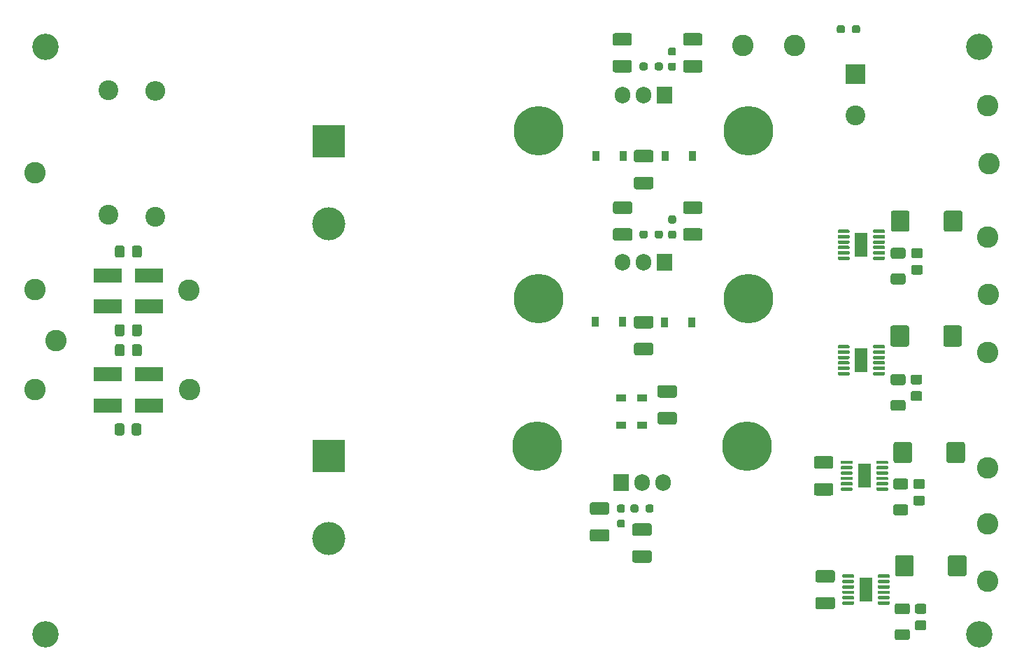
<source format=gbr>
G04 #@! TF.GenerationSoftware,KiCad,Pcbnew,(5.1.9-0-10_14)*
G04 #@! TF.CreationDate,2021-05-02T16:07:57+02:00*
G04 #@! TF.ProjectId,dac-psu,6461632d-7073-4752-9e6b-696361645f70,rev?*
G04 #@! TF.SameCoordinates,Original*
G04 #@! TF.FileFunction,Soldermask,Top*
G04 #@! TF.FilePolarity,Negative*
%FSLAX46Y46*%
G04 Gerber Fmt 4.6, Leading zero omitted, Abs format (unit mm)*
G04 Created by KiCad (PCBNEW (5.1.9-0-10_14)) date 2021-05-02 16:07:57*
%MOMM*%
%LPD*%
G01*
G04 APERTURE LIST*
%ADD10C,2.600000*%
%ADD11R,1.200000X0.900000*%
%ADD12R,0.900000X1.200000*%
%ADD13O,2.400000X2.400000*%
%ADD14C,2.400000*%
%ADD15C,4.000000*%
%ADD16R,4.000000X4.000000*%
%ADD17O,1.905000X2.000000*%
%ADD18R,1.905000X2.000000*%
%ADD19R,1.650000X2.850000*%
%ADD20C,6.000000*%
%ADD21C,3.200000*%
%ADD22R,3.500000X1.800000*%
%ADD23R,2.400000X2.400000*%
G04 APERTURE END LIST*
D10*
X116459000Y-96139000D03*
X116395500Y-84074000D03*
G36*
G01*
X171673700Y-110778300D02*
X171673700Y-110303300D01*
G75*
G02*
X171911200Y-110065800I237500J0D01*
G01*
X172411200Y-110065800D01*
G75*
G02*
X172648700Y-110303300I0J-237500D01*
G01*
X172648700Y-110778300D01*
G75*
G02*
X172411200Y-111015800I-237500J0D01*
G01*
X171911200Y-111015800D01*
G75*
G02*
X171673700Y-110778300I0J237500D01*
G01*
G37*
G36*
G01*
X169848700Y-110778300D02*
X169848700Y-110303300D01*
G75*
G02*
X170086200Y-110065800I237500J0D01*
G01*
X170586200Y-110065800D01*
G75*
G02*
X170823700Y-110303300I0J-237500D01*
G01*
X170823700Y-110778300D01*
G75*
G02*
X170586200Y-111015800I-237500J0D01*
G01*
X170086200Y-111015800D01*
G75*
G02*
X169848700Y-110778300I0J237500D01*
G01*
G37*
G36*
G01*
X172787500Y-77605900D02*
X172787500Y-77130900D01*
G75*
G02*
X173025000Y-76893400I237500J0D01*
G01*
X173525000Y-76893400D01*
G75*
G02*
X173762500Y-77130900I0J-237500D01*
G01*
X173762500Y-77605900D01*
G75*
G02*
X173525000Y-77843400I-237500J0D01*
G01*
X173025000Y-77843400D01*
G75*
G02*
X172787500Y-77605900I0J237500D01*
G01*
G37*
G36*
G01*
X170962500Y-77605900D02*
X170962500Y-77130900D01*
G75*
G02*
X171200000Y-76893400I237500J0D01*
G01*
X171700000Y-76893400D01*
G75*
G02*
X171937500Y-77130900I0J-237500D01*
G01*
X171937500Y-77605900D01*
G75*
G02*
X171700000Y-77843400I-237500J0D01*
G01*
X171200000Y-77843400D01*
G75*
G02*
X170962500Y-77605900I0J237500D01*
G01*
G37*
G36*
G01*
X168944300Y-111028300D02*
X168469300Y-111028300D01*
G75*
G02*
X168231800Y-110790800I0J237500D01*
G01*
X168231800Y-110290800D01*
G75*
G02*
X168469300Y-110053300I237500J0D01*
G01*
X168944300Y-110053300D01*
G75*
G02*
X169181800Y-110290800I0J-237500D01*
G01*
X169181800Y-110790800D01*
G75*
G02*
X168944300Y-111028300I-237500J0D01*
G01*
G37*
G36*
G01*
X168944300Y-112853300D02*
X168469300Y-112853300D01*
G75*
G02*
X168231800Y-112615800I0J237500D01*
G01*
X168231800Y-112115800D01*
G75*
G02*
X168469300Y-111878300I237500J0D01*
G01*
X168944300Y-111878300D01*
G75*
G02*
X169181800Y-112115800I0J-237500D01*
G01*
X169181800Y-112615800D01*
G75*
G02*
X168944300Y-112853300I-237500J0D01*
G01*
G37*
G36*
G01*
X175141900Y-76045000D02*
X174666900Y-76045000D01*
G75*
G02*
X174429400Y-75807500I0J237500D01*
G01*
X174429400Y-75307500D01*
G75*
G02*
X174666900Y-75070000I237500J0D01*
G01*
X175141900Y-75070000D01*
G75*
G02*
X175379400Y-75307500I0J-237500D01*
G01*
X175379400Y-75807500D01*
G75*
G02*
X175141900Y-76045000I-237500J0D01*
G01*
G37*
G36*
G01*
X175141900Y-77870000D02*
X174666900Y-77870000D01*
G75*
G02*
X174429400Y-77632500I0J237500D01*
G01*
X174429400Y-77132500D01*
G75*
G02*
X174666900Y-76895000I237500J0D01*
G01*
X175141900Y-76895000D01*
G75*
G02*
X175379400Y-77132500I0J-237500D01*
G01*
X175379400Y-77632500D01*
G75*
G02*
X175141900Y-77870000I-237500J0D01*
G01*
G37*
D11*
X168706800Y-97131600D03*
X168706800Y-100431600D03*
D12*
X177290000Y-87985600D03*
X173990000Y-87985600D03*
D11*
X171246800Y-100431600D03*
X171246800Y-97131600D03*
D12*
X168910000Y-87934800D03*
X165610000Y-87934800D03*
X177353500Y-67881500D03*
X174053500Y-67881500D03*
X168973500Y-67881500D03*
X165673500Y-67881500D03*
G36*
G01*
X202897501Y-95595000D02*
X201597499Y-95595000D01*
G75*
G02*
X201347500Y-95345001I0J249999D01*
G01*
X201347500Y-94519999D01*
G75*
G02*
X201597499Y-94270000I249999J0D01*
G01*
X202897501Y-94270000D01*
G75*
G02*
X203147500Y-94519999I0J-249999D01*
G01*
X203147500Y-95345001D01*
G75*
G02*
X202897501Y-95595000I-249999J0D01*
G01*
G37*
G36*
G01*
X202897501Y-98720000D02*
X201597499Y-98720000D01*
G75*
G02*
X201347500Y-98470001I0J249999D01*
G01*
X201347500Y-97644999D01*
G75*
G02*
X201597499Y-97395000I249999J0D01*
G01*
X202897501Y-97395000D01*
G75*
G02*
X203147500Y-97644999I0J-249999D01*
G01*
X203147500Y-98470001D01*
G75*
G02*
X202897501Y-98720000I-249999J0D01*
G01*
G37*
G36*
G01*
X201597499Y-82091500D02*
X202897501Y-82091500D01*
G75*
G02*
X203147500Y-82341499I0J-249999D01*
G01*
X203147500Y-83166501D01*
G75*
G02*
X202897501Y-83416500I-249999J0D01*
G01*
X201597499Y-83416500D01*
G75*
G02*
X201347500Y-83166501I0J249999D01*
G01*
X201347500Y-82341499D01*
G75*
G02*
X201597499Y-82091500I249999J0D01*
G01*
G37*
G36*
G01*
X201597499Y-78966500D02*
X202897501Y-78966500D01*
G75*
G02*
X203147500Y-79216499I0J-249999D01*
G01*
X203147500Y-80041501D01*
G75*
G02*
X202897501Y-80291500I-249999J0D01*
G01*
X201597499Y-80291500D01*
G75*
G02*
X201347500Y-80041501I0J249999D01*
G01*
X201347500Y-79216499D01*
G75*
G02*
X201597499Y-78966500I249999J0D01*
G01*
G37*
G36*
G01*
X203405501Y-123344500D02*
X202105499Y-123344500D01*
G75*
G02*
X201855500Y-123094501I0J249999D01*
G01*
X201855500Y-122269499D01*
G75*
G02*
X202105499Y-122019500I249999J0D01*
G01*
X203405501Y-122019500D01*
G75*
G02*
X203655500Y-122269499I0J-249999D01*
G01*
X203655500Y-123094501D01*
G75*
G02*
X203405501Y-123344500I-249999J0D01*
G01*
G37*
G36*
G01*
X203405501Y-126469500D02*
X202105499Y-126469500D01*
G75*
G02*
X201855500Y-126219501I0J249999D01*
G01*
X201855500Y-125394499D01*
G75*
G02*
X202105499Y-125144500I249999J0D01*
G01*
X203405501Y-125144500D01*
G75*
G02*
X203655500Y-125394499I0J-249999D01*
G01*
X203655500Y-126219501D01*
G75*
G02*
X203405501Y-126469500I-249999J0D01*
G01*
G37*
G36*
G01*
X201914999Y-110031500D02*
X203215001Y-110031500D01*
G75*
G02*
X203465000Y-110281499I0J-249999D01*
G01*
X203465000Y-111106501D01*
G75*
G02*
X203215001Y-111356500I-249999J0D01*
G01*
X201914999Y-111356500D01*
G75*
G02*
X201665000Y-111106501I0J249999D01*
G01*
X201665000Y-110281499D01*
G75*
G02*
X201914999Y-110031500I249999J0D01*
G01*
G37*
G36*
G01*
X201914999Y-106906500D02*
X203215001Y-106906500D01*
G75*
G02*
X203465000Y-107156499I0J-249999D01*
G01*
X203465000Y-107981501D01*
G75*
G02*
X203215001Y-108231500I-249999J0D01*
G01*
X201914999Y-108231500D01*
G75*
G02*
X201665000Y-107981501I0J249999D01*
G01*
X201665000Y-107156499D01*
G75*
G02*
X201914999Y-106906500I249999J0D01*
G01*
G37*
D13*
X112331500Y-59944000D03*
D14*
X112331500Y-75184000D03*
D10*
X97790000Y-69850000D03*
D14*
X106680000Y-59930000D03*
X106680000Y-74930000D03*
G36*
G01*
X196663500Y-52752000D02*
X196663500Y-52277000D01*
G75*
G02*
X196901000Y-52039500I237500J0D01*
G01*
X197401000Y-52039500D01*
G75*
G02*
X197638500Y-52277000I0J-237500D01*
G01*
X197638500Y-52752000D01*
G75*
G02*
X197401000Y-52989500I-237500J0D01*
G01*
X196901000Y-52989500D01*
G75*
G02*
X196663500Y-52752000I0J237500D01*
G01*
G37*
G36*
G01*
X194838500Y-52752000D02*
X194838500Y-52277000D01*
G75*
G02*
X195076000Y-52039500I237500J0D01*
G01*
X195576000Y-52039500D01*
G75*
G02*
X195813500Y-52277000I0J-237500D01*
G01*
X195813500Y-52752000D01*
G75*
G02*
X195576000Y-52989500I-237500J0D01*
G01*
X195076000Y-52989500D01*
G75*
G02*
X194838500Y-52752000I0J237500D01*
G01*
G37*
G36*
G01*
X172787500Y-57260500D02*
X172787500Y-56785500D01*
G75*
G02*
X173025000Y-56548000I237500J0D01*
G01*
X173525000Y-56548000D01*
G75*
G02*
X173762500Y-56785500I0J-237500D01*
G01*
X173762500Y-57260500D01*
G75*
G02*
X173525000Y-57498000I-237500J0D01*
G01*
X173025000Y-57498000D01*
G75*
G02*
X172787500Y-57260500I0J237500D01*
G01*
G37*
G36*
G01*
X170962500Y-57260500D02*
X170962500Y-56785500D01*
G75*
G02*
X171200000Y-56548000I237500J0D01*
G01*
X171700000Y-56548000D01*
G75*
G02*
X171937500Y-56785500I0J-237500D01*
G01*
X171937500Y-57260500D01*
G75*
G02*
X171700000Y-57498000I-237500J0D01*
G01*
X171200000Y-57498000D01*
G75*
G02*
X170962500Y-57260500I0J237500D01*
G01*
G37*
G36*
G01*
X175116500Y-55709000D02*
X174641500Y-55709000D01*
G75*
G02*
X174404000Y-55471500I0J237500D01*
G01*
X174404000Y-54971500D01*
G75*
G02*
X174641500Y-54734000I237500J0D01*
G01*
X175116500Y-54734000D01*
G75*
G02*
X175354000Y-54971500I0J-237500D01*
G01*
X175354000Y-55471500D01*
G75*
G02*
X175116500Y-55709000I-237500J0D01*
G01*
G37*
G36*
G01*
X175116500Y-57534000D02*
X174641500Y-57534000D01*
G75*
G02*
X174404000Y-57296500I0J237500D01*
G01*
X174404000Y-56796500D01*
G75*
G02*
X174641500Y-56559000I237500J0D01*
G01*
X175116500Y-56559000D01*
G75*
G02*
X175354000Y-56796500I0J-237500D01*
G01*
X175354000Y-57296500D01*
G75*
G02*
X175116500Y-57534000I-237500J0D01*
G01*
G37*
G36*
G01*
X170525000Y-70381500D02*
X172375000Y-70381500D01*
G75*
G02*
X172625000Y-70631500I0J-250000D01*
G01*
X172625000Y-71631500D01*
G75*
G02*
X172375000Y-71881500I-250000J0D01*
G01*
X170525000Y-71881500D01*
G75*
G02*
X170275000Y-71631500I0J250000D01*
G01*
X170275000Y-70631500D01*
G75*
G02*
X170525000Y-70381500I250000J0D01*
G01*
G37*
G36*
G01*
X170525000Y-67131500D02*
X172375000Y-67131500D01*
G75*
G02*
X172625000Y-67381500I0J-250000D01*
G01*
X172625000Y-68381500D01*
G75*
G02*
X172375000Y-68631500I-250000J0D01*
G01*
X170525000Y-68631500D01*
G75*
G02*
X170275000Y-68381500I0J250000D01*
G01*
X170275000Y-67381500D01*
G75*
G02*
X170525000Y-67131500I250000J0D01*
G01*
G37*
D15*
X133350000Y-114140000D03*
D16*
X133350000Y-104140000D03*
D15*
X133350000Y-76040000D03*
D16*
X133350000Y-66040000D03*
D17*
X173799500Y-107378500D03*
X171259500Y-107378500D03*
D18*
X168719500Y-107378500D03*
D17*
X168910000Y-80708500D03*
X171450000Y-80708500D03*
D18*
X173990000Y-80708500D03*
D19*
X197802500Y-92583000D03*
G36*
G01*
X199227500Y-91058000D02*
X199227500Y-90858000D01*
G75*
G02*
X199327500Y-90758000I100000J0D01*
G01*
X200577500Y-90758000D01*
G75*
G02*
X200677500Y-90858000I0J-100000D01*
G01*
X200677500Y-91058000D01*
G75*
G02*
X200577500Y-91158000I-100000J0D01*
G01*
X199327500Y-91158000D01*
G75*
G02*
X199227500Y-91058000I0J100000D01*
G01*
G37*
G36*
G01*
X199227500Y-91708000D02*
X199227500Y-91508000D01*
G75*
G02*
X199327500Y-91408000I100000J0D01*
G01*
X200577500Y-91408000D01*
G75*
G02*
X200677500Y-91508000I0J-100000D01*
G01*
X200677500Y-91708000D01*
G75*
G02*
X200577500Y-91808000I-100000J0D01*
G01*
X199327500Y-91808000D01*
G75*
G02*
X199227500Y-91708000I0J100000D01*
G01*
G37*
G36*
G01*
X199227500Y-92358000D02*
X199227500Y-92158000D01*
G75*
G02*
X199327500Y-92058000I100000J0D01*
G01*
X200577500Y-92058000D01*
G75*
G02*
X200677500Y-92158000I0J-100000D01*
G01*
X200677500Y-92358000D01*
G75*
G02*
X200577500Y-92458000I-100000J0D01*
G01*
X199327500Y-92458000D01*
G75*
G02*
X199227500Y-92358000I0J100000D01*
G01*
G37*
G36*
G01*
X199227500Y-93008000D02*
X199227500Y-92808000D01*
G75*
G02*
X199327500Y-92708000I100000J0D01*
G01*
X200577500Y-92708000D01*
G75*
G02*
X200677500Y-92808000I0J-100000D01*
G01*
X200677500Y-93008000D01*
G75*
G02*
X200577500Y-93108000I-100000J0D01*
G01*
X199327500Y-93108000D01*
G75*
G02*
X199227500Y-93008000I0J100000D01*
G01*
G37*
G36*
G01*
X199227500Y-93658000D02*
X199227500Y-93458000D01*
G75*
G02*
X199327500Y-93358000I100000J0D01*
G01*
X200577500Y-93358000D01*
G75*
G02*
X200677500Y-93458000I0J-100000D01*
G01*
X200677500Y-93658000D01*
G75*
G02*
X200577500Y-93758000I-100000J0D01*
G01*
X199327500Y-93758000D01*
G75*
G02*
X199227500Y-93658000I0J100000D01*
G01*
G37*
G36*
G01*
X199227500Y-94308000D02*
X199227500Y-94108000D01*
G75*
G02*
X199327500Y-94008000I100000J0D01*
G01*
X200577500Y-94008000D01*
G75*
G02*
X200677500Y-94108000I0J-100000D01*
G01*
X200677500Y-94308000D01*
G75*
G02*
X200577500Y-94408000I-100000J0D01*
G01*
X199327500Y-94408000D01*
G75*
G02*
X199227500Y-94308000I0J100000D01*
G01*
G37*
G36*
G01*
X194927500Y-94308000D02*
X194927500Y-94108000D01*
G75*
G02*
X195027500Y-94008000I100000J0D01*
G01*
X196277500Y-94008000D01*
G75*
G02*
X196377500Y-94108000I0J-100000D01*
G01*
X196377500Y-94308000D01*
G75*
G02*
X196277500Y-94408000I-100000J0D01*
G01*
X195027500Y-94408000D01*
G75*
G02*
X194927500Y-94308000I0J100000D01*
G01*
G37*
G36*
G01*
X194927500Y-93658000D02*
X194927500Y-93458000D01*
G75*
G02*
X195027500Y-93358000I100000J0D01*
G01*
X196277500Y-93358000D01*
G75*
G02*
X196377500Y-93458000I0J-100000D01*
G01*
X196377500Y-93658000D01*
G75*
G02*
X196277500Y-93758000I-100000J0D01*
G01*
X195027500Y-93758000D01*
G75*
G02*
X194927500Y-93658000I0J100000D01*
G01*
G37*
G36*
G01*
X194927500Y-93008000D02*
X194927500Y-92808000D01*
G75*
G02*
X195027500Y-92708000I100000J0D01*
G01*
X196277500Y-92708000D01*
G75*
G02*
X196377500Y-92808000I0J-100000D01*
G01*
X196377500Y-93008000D01*
G75*
G02*
X196277500Y-93108000I-100000J0D01*
G01*
X195027500Y-93108000D01*
G75*
G02*
X194927500Y-93008000I0J100000D01*
G01*
G37*
G36*
G01*
X194927500Y-92358000D02*
X194927500Y-92158000D01*
G75*
G02*
X195027500Y-92058000I100000J0D01*
G01*
X196277500Y-92058000D01*
G75*
G02*
X196377500Y-92158000I0J-100000D01*
G01*
X196377500Y-92358000D01*
G75*
G02*
X196277500Y-92458000I-100000J0D01*
G01*
X195027500Y-92458000D01*
G75*
G02*
X194927500Y-92358000I0J100000D01*
G01*
G37*
G36*
G01*
X194927500Y-91708000D02*
X194927500Y-91508000D01*
G75*
G02*
X195027500Y-91408000I100000J0D01*
G01*
X196277500Y-91408000D01*
G75*
G02*
X196377500Y-91508000I0J-100000D01*
G01*
X196377500Y-91708000D01*
G75*
G02*
X196277500Y-91808000I-100000J0D01*
G01*
X195027500Y-91808000D01*
G75*
G02*
X194927500Y-91708000I0J100000D01*
G01*
G37*
G36*
G01*
X194927500Y-91058000D02*
X194927500Y-90858000D01*
G75*
G02*
X195027500Y-90758000I100000J0D01*
G01*
X196277500Y-90758000D01*
G75*
G02*
X196377500Y-90858000I0J-100000D01*
G01*
X196377500Y-91058000D01*
G75*
G02*
X196277500Y-91158000I-100000J0D01*
G01*
X195027500Y-91158000D01*
G75*
G02*
X194927500Y-91058000I0J100000D01*
G01*
G37*
X197802500Y-78613000D03*
G36*
G01*
X199227500Y-77088000D02*
X199227500Y-76888000D01*
G75*
G02*
X199327500Y-76788000I100000J0D01*
G01*
X200577500Y-76788000D01*
G75*
G02*
X200677500Y-76888000I0J-100000D01*
G01*
X200677500Y-77088000D01*
G75*
G02*
X200577500Y-77188000I-100000J0D01*
G01*
X199327500Y-77188000D01*
G75*
G02*
X199227500Y-77088000I0J100000D01*
G01*
G37*
G36*
G01*
X199227500Y-77738000D02*
X199227500Y-77538000D01*
G75*
G02*
X199327500Y-77438000I100000J0D01*
G01*
X200577500Y-77438000D01*
G75*
G02*
X200677500Y-77538000I0J-100000D01*
G01*
X200677500Y-77738000D01*
G75*
G02*
X200577500Y-77838000I-100000J0D01*
G01*
X199327500Y-77838000D01*
G75*
G02*
X199227500Y-77738000I0J100000D01*
G01*
G37*
G36*
G01*
X199227500Y-78388000D02*
X199227500Y-78188000D01*
G75*
G02*
X199327500Y-78088000I100000J0D01*
G01*
X200577500Y-78088000D01*
G75*
G02*
X200677500Y-78188000I0J-100000D01*
G01*
X200677500Y-78388000D01*
G75*
G02*
X200577500Y-78488000I-100000J0D01*
G01*
X199327500Y-78488000D01*
G75*
G02*
X199227500Y-78388000I0J100000D01*
G01*
G37*
G36*
G01*
X199227500Y-79038000D02*
X199227500Y-78838000D01*
G75*
G02*
X199327500Y-78738000I100000J0D01*
G01*
X200577500Y-78738000D01*
G75*
G02*
X200677500Y-78838000I0J-100000D01*
G01*
X200677500Y-79038000D01*
G75*
G02*
X200577500Y-79138000I-100000J0D01*
G01*
X199327500Y-79138000D01*
G75*
G02*
X199227500Y-79038000I0J100000D01*
G01*
G37*
G36*
G01*
X199227500Y-79688000D02*
X199227500Y-79488000D01*
G75*
G02*
X199327500Y-79388000I100000J0D01*
G01*
X200577500Y-79388000D01*
G75*
G02*
X200677500Y-79488000I0J-100000D01*
G01*
X200677500Y-79688000D01*
G75*
G02*
X200577500Y-79788000I-100000J0D01*
G01*
X199327500Y-79788000D01*
G75*
G02*
X199227500Y-79688000I0J100000D01*
G01*
G37*
G36*
G01*
X199227500Y-80338000D02*
X199227500Y-80138000D01*
G75*
G02*
X199327500Y-80038000I100000J0D01*
G01*
X200577500Y-80038000D01*
G75*
G02*
X200677500Y-80138000I0J-100000D01*
G01*
X200677500Y-80338000D01*
G75*
G02*
X200577500Y-80438000I-100000J0D01*
G01*
X199327500Y-80438000D01*
G75*
G02*
X199227500Y-80338000I0J100000D01*
G01*
G37*
G36*
G01*
X194927500Y-80338000D02*
X194927500Y-80138000D01*
G75*
G02*
X195027500Y-80038000I100000J0D01*
G01*
X196277500Y-80038000D01*
G75*
G02*
X196377500Y-80138000I0J-100000D01*
G01*
X196377500Y-80338000D01*
G75*
G02*
X196277500Y-80438000I-100000J0D01*
G01*
X195027500Y-80438000D01*
G75*
G02*
X194927500Y-80338000I0J100000D01*
G01*
G37*
G36*
G01*
X194927500Y-79688000D02*
X194927500Y-79488000D01*
G75*
G02*
X195027500Y-79388000I100000J0D01*
G01*
X196277500Y-79388000D01*
G75*
G02*
X196377500Y-79488000I0J-100000D01*
G01*
X196377500Y-79688000D01*
G75*
G02*
X196277500Y-79788000I-100000J0D01*
G01*
X195027500Y-79788000D01*
G75*
G02*
X194927500Y-79688000I0J100000D01*
G01*
G37*
G36*
G01*
X194927500Y-79038000D02*
X194927500Y-78838000D01*
G75*
G02*
X195027500Y-78738000I100000J0D01*
G01*
X196277500Y-78738000D01*
G75*
G02*
X196377500Y-78838000I0J-100000D01*
G01*
X196377500Y-79038000D01*
G75*
G02*
X196277500Y-79138000I-100000J0D01*
G01*
X195027500Y-79138000D01*
G75*
G02*
X194927500Y-79038000I0J100000D01*
G01*
G37*
G36*
G01*
X194927500Y-78388000D02*
X194927500Y-78188000D01*
G75*
G02*
X195027500Y-78088000I100000J0D01*
G01*
X196277500Y-78088000D01*
G75*
G02*
X196377500Y-78188000I0J-100000D01*
G01*
X196377500Y-78388000D01*
G75*
G02*
X196277500Y-78488000I-100000J0D01*
G01*
X195027500Y-78488000D01*
G75*
G02*
X194927500Y-78388000I0J100000D01*
G01*
G37*
G36*
G01*
X194927500Y-77738000D02*
X194927500Y-77538000D01*
G75*
G02*
X195027500Y-77438000I100000J0D01*
G01*
X196277500Y-77438000D01*
G75*
G02*
X196377500Y-77538000I0J-100000D01*
G01*
X196377500Y-77738000D01*
G75*
G02*
X196277500Y-77838000I-100000J0D01*
G01*
X195027500Y-77838000D01*
G75*
G02*
X194927500Y-77738000I0J100000D01*
G01*
G37*
G36*
G01*
X194927500Y-77088000D02*
X194927500Y-76888000D01*
G75*
G02*
X195027500Y-76788000I100000J0D01*
G01*
X196277500Y-76788000D01*
G75*
G02*
X196377500Y-76888000I0J-100000D01*
G01*
X196377500Y-77088000D01*
G75*
G02*
X196277500Y-77188000I-100000J0D01*
G01*
X195027500Y-77188000D01*
G75*
G02*
X194927500Y-77088000I0J100000D01*
G01*
G37*
X198365000Y-120355000D03*
G36*
G01*
X199790000Y-118830000D02*
X199790000Y-118630000D01*
G75*
G02*
X199890000Y-118530000I100000J0D01*
G01*
X201140000Y-118530000D01*
G75*
G02*
X201240000Y-118630000I0J-100000D01*
G01*
X201240000Y-118830000D01*
G75*
G02*
X201140000Y-118930000I-100000J0D01*
G01*
X199890000Y-118930000D01*
G75*
G02*
X199790000Y-118830000I0J100000D01*
G01*
G37*
G36*
G01*
X199790000Y-119480000D02*
X199790000Y-119280000D01*
G75*
G02*
X199890000Y-119180000I100000J0D01*
G01*
X201140000Y-119180000D01*
G75*
G02*
X201240000Y-119280000I0J-100000D01*
G01*
X201240000Y-119480000D01*
G75*
G02*
X201140000Y-119580000I-100000J0D01*
G01*
X199890000Y-119580000D01*
G75*
G02*
X199790000Y-119480000I0J100000D01*
G01*
G37*
G36*
G01*
X199790000Y-120130000D02*
X199790000Y-119930000D01*
G75*
G02*
X199890000Y-119830000I100000J0D01*
G01*
X201140000Y-119830000D01*
G75*
G02*
X201240000Y-119930000I0J-100000D01*
G01*
X201240000Y-120130000D01*
G75*
G02*
X201140000Y-120230000I-100000J0D01*
G01*
X199890000Y-120230000D01*
G75*
G02*
X199790000Y-120130000I0J100000D01*
G01*
G37*
G36*
G01*
X199790000Y-120780000D02*
X199790000Y-120580000D01*
G75*
G02*
X199890000Y-120480000I100000J0D01*
G01*
X201140000Y-120480000D01*
G75*
G02*
X201240000Y-120580000I0J-100000D01*
G01*
X201240000Y-120780000D01*
G75*
G02*
X201140000Y-120880000I-100000J0D01*
G01*
X199890000Y-120880000D01*
G75*
G02*
X199790000Y-120780000I0J100000D01*
G01*
G37*
G36*
G01*
X199790000Y-121430000D02*
X199790000Y-121230000D01*
G75*
G02*
X199890000Y-121130000I100000J0D01*
G01*
X201140000Y-121130000D01*
G75*
G02*
X201240000Y-121230000I0J-100000D01*
G01*
X201240000Y-121430000D01*
G75*
G02*
X201140000Y-121530000I-100000J0D01*
G01*
X199890000Y-121530000D01*
G75*
G02*
X199790000Y-121430000I0J100000D01*
G01*
G37*
G36*
G01*
X199790000Y-122080000D02*
X199790000Y-121880000D01*
G75*
G02*
X199890000Y-121780000I100000J0D01*
G01*
X201140000Y-121780000D01*
G75*
G02*
X201240000Y-121880000I0J-100000D01*
G01*
X201240000Y-122080000D01*
G75*
G02*
X201140000Y-122180000I-100000J0D01*
G01*
X199890000Y-122180000D01*
G75*
G02*
X199790000Y-122080000I0J100000D01*
G01*
G37*
G36*
G01*
X195490000Y-122080000D02*
X195490000Y-121880000D01*
G75*
G02*
X195590000Y-121780000I100000J0D01*
G01*
X196840000Y-121780000D01*
G75*
G02*
X196940000Y-121880000I0J-100000D01*
G01*
X196940000Y-122080000D01*
G75*
G02*
X196840000Y-122180000I-100000J0D01*
G01*
X195590000Y-122180000D01*
G75*
G02*
X195490000Y-122080000I0J100000D01*
G01*
G37*
G36*
G01*
X195490000Y-121430000D02*
X195490000Y-121230000D01*
G75*
G02*
X195590000Y-121130000I100000J0D01*
G01*
X196840000Y-121130000D01*
G75*
G02*
X196940000Y-121230000I0J-100000D01*
G01*
X196940000Y-121430000D01*
G75*
G02*
X196840000Y-121530000I-100000J0D01*
G01*
X195590000Y-121530000D01*
G75*
G02*
X195490000Y-121430000I0J100000D01*
G01*
G37*
G36*
G01*
X195490000Y-120780000D02*
X195490000Y-120580000D01*
G75*
G02*
X195590000Y-120480000I100000J0D01*
G01*
X196840000Y-120480000D01*
G75*
G02*
X196940000Y-120580000I0J-100000D01*
G01*
X196940000Y-120780000D01*
G75*
G02*
X196840000Y-120880000I-100000J0D01*
G01*
X195590000Y-120880000D01*
G75*
G02*
X195490000Y-120780000I0J100000D01*
G01*
G37*
G36*
G01*
X195490000Y-120130000D02*
X195490000Y-119930000D01*
G75*
G02*
X195590000Y-119830000I100000J0D01*
G01*
X196840000Y-119830000D01*
G75*
G02*
X196940000Y-119930000I0J-100000D01*
G01*
X196940000Y-120130000D01*
G75*
G02*
X196840000Y-120230000I-100000J0D01*
G01*
X195590000Y-120230000D01*
G75*
G02*
X195490000Y-120130000I0J100000D01*
G01*
G37*
G36*
G01*
X195490000Y-119480000D02*
X195490000Y-119280000D01*
G75*
G02*
X195590000Y-119180000I100000J0D01*
G01*
X196840000Y-119180000D01*
G75*
G02*
X196940000Y-119280000I0J-100000D01*
G01*
X196940000Y-119480000D01*
G75*
G02*
X196840000Y-119580000I-100000J0D01*
G01*
X195590000Y-119580000D01*
G75*
G02*
X195490000Y-119480000I0J100000D01*
G01*
G37*
G36*
G01*
X195490000Y-118830000D02*
X195490000Y-118630000D01*
G75*
G02*
X195590000Y-118530000I100000J0D01*
G01*
X196840000Y-118530000D01*
G75*
G02*
X196940000Y-118630000I0J-100000D01*
G01*
X196940000Y-118830000D01*
G75*
G02*
X196840000Y-118930000I-100000J0D01*
G01*
X195590000Y-118930000D01*
G75*
G02*
X195490000Y-118830000I0J100000D01*
G01*
G37*
X198174500Y-106575500D03*
G36*
G01*
X199599500Y-105050500D02*
X199599500Y-104850500D01*
G75*
G02*
X199699500Y-104750500I100000J0D01*
G01*
X200949500Y-104750500D01*
G75*
G02*
X201049500Y-104850500I0J-100000D01*
G01*
X201049500Y-105050500D01*
G75*
G02*
X200949500Y-105150500I-100000J0D01*
G01*
X199699500Y-105150500D01*
G75*
G02*
X199599500Y-105050500I0J100000D01*
G01*
G37*
G36*
G01*
X199599500Y-105700500D02*
X199599500Y-105500500D01*
G75*
G02*
X199699500Y-105400500I100000J0D01*
G01*
X200949500Y-105400500D01*
G75*
G02*
X201049500Y-105500500I0J-100000D01*
G01*
X201049500Y-105700500D01*
G75*
G02*
X200949500Y-105800500I-100000J0D01*
G01*
X199699500Y-105800500D01*
G75*
G02*
X199599500Y-105700500I0J100000D01*
G01*
G37*
G36*
G01*
X199599500Y-106350500D02*
X199599500Y-106150500D01*
G75*
G02*
X199699500Y-106050500I100000J0D01*
G01*
X200949500Y-106050500D01*
G75*
G02*
X201049500Y-106150500I0J-100000D01*
G01*
X201049500Y-106350500D01*
G75*
G02*
X200949500Y-106450500I-100000J0D01*
G01*
X199699500Y-106450500D01*
G75*
G02*
X199599500Y-106350500I0J100000D01*
G01*
G37*
G36*
G01*
X199599500Y-107000500D02*
X199599500Y-106800500D01*
G75*
G02*
X199699500Y-106700500I100000J0D01*
G01*
X200949500Y-106700500D01*
G75*
G02*
X201049500Y-106800500I0J-100000D01*
G01*
X201049500Y-107000500D01*
G75*
G02*
X200949500Y-107100500I-100000J0D01*
G01*
X199699500Y-107100500D01*
G75*
G02*
X199599500Y-107000500I0J100000D01*
G01*
G37*
G36*
G01*
X199599500Y-107650500D02*
X199599500Y-107450500D01*
G75*
G02*
X199699500Y-107350500I100000J0D01*
G01*
X200949500Y-107350500D01*
G75*
G02*
X201049500Y-107450500I0J-100000D01*
G01*
X201049500Y-107650500D01*
G75*
G02*
X200949500Y-107750500I-100000J0D01*
G01*
X199699500Y-107750500D01*
G75*
G02*
X199599500Y-107650500I0J100000D01*
G01*
G37*
G36*
G01*
X199599500Y-108300500D02*
X199599500Y-108100500D01*
G75*
G02*
X199699500Y-108000500I100000J0D01*
G01*
X200949500Y-108000500D01*
G75*
G02*
X201049500Y-108100500I0J-100000D01*
G01*
X201049500Y-108300500D01*
G75*
G02*
X200949500Y-108400500I-100000J0D01*
G01*
X199699500Y-108400500D01*
G75*
G02*
X199599500Y-108300500I0J100000D01*
G01*
G37*
G36*
G01*
X195299500Y-108300500D02*
X195299500Y-108100500D01*
G75*
G02*
X195399500Y-108000500I100000J0D01*
G01*
X196649500Y-108000500D01*
G75*
G02*
X196749500Y-108100500I0J-100000D01*
G01*
X196749500Y-108300500D01*
G75*
G02*
X196649500Y-108400500I-100000J0D01*
G01*
X195399500Y-108400500D01*
G75*
G02*
X195299500Y-108300500I0J100000D01*
G01*
G37*
G36*
G01*
X195299500Y-107650500D02*
X195299500Y-107450500D01*
G75*
G02*
X195399500Y-107350500I100000J0D01*
G01*
X196649500Y-107350500D01*
G75*
G02*
X196749500Y-107450500I0J-100000D01*
G01*
X196749500Y-107650500D01*
G75*
G02*
X196649500Y-107750500I-100000J0D01*
G01*
X195399500Y-107750500D01*
G75*
G02*
X195299500Y-107650500I0J100000D01*
G01*
G37*
G36*
G01*
X195299500Y-107000500D02*
X195299500Y-106800500D01*
G75*
G02*
X195399500Y-106700500I100000J0D01*
G01*
X196649500Y-106700500D01*
G75*
G02*
X196749500Y-106800500I0J-100000D01*
G01*
X196749500Y-107000500D01*
G75*
G02*
X196649500Y-107100500I-100000J0D01*
G01*
X195399500Y-107100500D01*
G75*
G02*
X195299500Y-107000500I0J100000D01*
G01*
G37*
G36*
G01*
X195299500Y-106350500D02*
X195299500Y-106150500D01*
G75*
G02*
X195399500Y-106050500I100000J0D01*
G01*
X196649500Y-106050500D01*
G75*
G02*
X196749500Y-106150500I0J-100000D01*
G01*
X196749500Y-106350500D01*
G75*
G02*
X196649500Y-106450500I-100000J0D01*
G01*
X195399500Y-106450500D01*
G75*
G02*
X195299500Y-106350500I0J100000D01*
G01*
G37*
G36*
G01*
X195299500Y-105700500D02*
X195299500Y-105500500D01*
G75*
G02*
X195399500Y-105400500I100000J0D01*
G01*
X196649500Y-105400500D01*
G75*
G02*
X196749500Y-105500500I0J-100000D01*
G01*
X196749500Y-105700500D01*
G75*
G02*
X196649500Y-105800500I-100000J0D01*
G01*
X195399500Y-105800500D01*
G75*
G02*
X195299500Y-105700500I0J100000D01*
G01*
G37*
G36*
G01*
X195299500Y-105050500D02*
X195299500Y-104850500D01*
G75*
G02*
X195399500Y-104750500I100000J0D01*
G01*
X196649500Y-104750500D01*
G75*
G02*
X196749500Y-104850500I0J-100000D01*
G01*
X196749500Y-105050500D01*
G75*
G02*
X196649500Y-105150500I-100000J0D01*
G01*
X195399500Y-105150500D01*
G75*
G02*
X195299500Y-105050500I0J100000D01*
G01*
G37*
D17*
X168910000Y-60452000D03*
X171450000Y-60452000D03*
D18*
X173990000Y-60452000D03*
G36*
G01*
X204920001Y-95532500D02*
X204019999Y-95532500D01*
G75*
G02*
X203770000Y-95282501I0J249999D01*
G01*
X203770000Y-94582499D01*
G75*
G02*
X204019999Y-94332500I249999J0D01*
G01*
X204920001Y-94332500D01*
G75*
G02*
X205170000Y-94582499I0J-249999D01*
G01*
X205170000Y-95282501D01*
G75*
G02*
X204920001Y-95532500I-249999J0D01*
G01*
G37*
G36*
G01*
X204920001Y-97532500D02*
X204019999Y-97532500D01*
G75*
G02*
X203770000Y-97282501I0J249999D01*
G01*
X203770000Y-96582499D01*
G75*
G02*
X204019999Y-96332500I249999J0D01*
G01*
X204920001Y-96332500D01*
G75*
G02*
X205170000Y-96582499I0J-249999D01*
G01*
X205170000Y-97282501D01*
G75*
G02*
X204920001Y-97532500I-249999J0D01*
G01*
G37*
G36*
G01*
X204083499Y-81029000D02*
X204983501Y-81029000D01*
G75*
G02*
X205233500Y-81278999I0J-249999D01*
G01*
X205233500Y-81979001D01*
G75*
G02*
X204983501Y-82229000I-249999J0D01*
G01*
X204083499Y-82229000D01*
G75*
G02*
X203833500Y-81979001I0J249999D01*
G01*
X203833500Y-81278999D01*
G75*
G02*
X204083499Y-81029000I249999J0D01*
G01*
G37*
G36*
G01*
X204083499Y-79029000D02*
X204983501Y-79029000D01*
G75*
G02*
X205233500Y-79278999I0J-249999D01*
G01*
X205233500Y-79979001D01*
G75*
G02*
X204983501Y-80229000I-249999J0D01*
G01*
X204083499Y-80229000D01*
G75*
G02*
X203833500Y-79979001I0J249999D01*
G01*
X203833500Y-79278999D01*
G75*
G02*
X204083499Y-79029000I249999J0D01*
G01*
G37*
G36*
G01*
X205428001Y-123282000D02*
X204527999Y-123282000D01*
G75*
G02*
X204278000Y-123032001I0J249999D01*
G01*
X204278000Y-122331999D01*
G75*
G02*
X204527999Y-122082000I249999J0D01*
G01*
X205428001Y-122082000D01*
G75*
G02*
X205678000Y-122331999I0J-249999D01*
G01*
X205678000Y-123032001D01*
G75*
G02*
X205428001Y-123282000I-249999J0D01*
G01*
G37*
G36*
G01*
X205428001Y-125282000D02*
X204527999Y-125282000D01*
G75*
G02*
X204278000Y-125032001I0J249999D01*
G01*
X204278000Y-124331999D01*
G75*
G02*
X204527999Y-124082000I249999J0D01*
G01*
X205428001Y-124082000D01*
G75*
G02*
X205678000Y-124331999I0J-249999D01*
G01*
X205678000Y-125032001D01*
G75*
G02*
X205428001Y-125282000I-249999J0D01*
G01*
G37*
G36*
G01*
X204337499Y-108969000D02*
X205237501Y-108969000D01*
G75*
G02*
X205487500Y-109218999I0J-249999D01*
G01*
X205487500Y-109919001D01*
G75*
G02*
X205237501Y-110169000I-249999J0D01*
G01*
X204337499Y-110169000D01*
G75*
G02*
X204087500Y-109919001I0J249999D01*
G01*
X204087500Y-109218999D01*
G75*
G02*
X204337499Y-108969000I249999J0D01*
G01*
G37*
G36*
G01*
X204337499Y-106969000D02*
X205237501Y-106969000D01*
G75*
G02*
X205487500Y-107218999I0J-249999D01*
G01*
X205487500Y-107919001D01*
G75*
G02*
X205237501Y-108169000I-249999J0D01*
G01*
X204337499Y-108169000D01*
G75*
G02*
X204087500Y-107919001I0J249999D01*
G01*
X204087500Y-107218999D01*
G75*
G02*
X204337499Y-106969000I249999J0D01*
G01*
G37*
D10*
X213233000Y-68770500D03*
X213106000Y-61785500D03*
X183451500Y-54483000D03*
X189738000Y-54483000D03*
X213106000Y-91630500D03*
X213169500Y-84582000D03*
X213106000Y-77660500D03*
X213106000Y-119316500D03*
X213106000Y-112395000D03*
X213106000Y-105600500D03*
X97790000Y-96139000D03*
X100330000Y-90170000D03*
X97790000Y-84010500D03*
D20*
X158559500Y-102997000D03*
X183959500Y-102997000D03*
X158750000Y-85090000D03*
X184150000Y-85090000D03*
X184150000Y-64770000D03*
X158750000Y-64770000D03*
D21*
X99060000Y-125730000D03*
X212090000Y-125730000D03*
X212090000Y-54610000D03*
X99060000Y-54610000D03*
D22*
X106569500Y-82296000D03*
X111569500Y-82296000D03*
X106569500Y-86042500D03*
X111569500Y-86042500D03*
X111569500Y-94234000D03*
X106569500Y-94234000D03*
X111569500Y-98044000D03*
X106569500Y-98044000D03*
G36*
G01*
X173369800Y-98868800D02*
X175219800Y-98868800D01*
G75*
G02*
X175469800Y-99118800I0J-250000D01*
G01*
X175469800Y-100118800D01*
G75*
G02*
X175219800Y-100368800I-250000J0D01*
G01*
X173369800Y-100368800D01*
G75*
G02*
X173119800Y-100118800I0J250000D01*
G01*
X173119800Y-99118800D01*
G75*
G02*
X173369800Y-98868800I250000J0D01*
G01*
G37*
G36*
G01*
X173369800Y-95618800D02*
X175219800Y-95618800D01*
G75*
G02*
X175469800Y-95868800I0J-250000D01*
G01*
X175469800Y-96868800D01*
G75*
G02*
X175219800Y-97118800I-250000J0D01*
G01*
X173369800Y-97118800D01*
G75*
G02*
X173119800Y-96868800I0J250000D01*
G01*
X173119800Y-95868800D01*
G75*
G02*
X173369800Y-95618800I250000J0D01*
G01*
G37*
G36*
G01*
X170525000Y-90485600D02*
X172375000Y-90485600D01*
G75*
G02*
X172625000Y-90735600I0J-250000D01*
G01*
X172625000Y-91735600D01*
G75*
G02*
X172375000Y-91985600I-250000J0D01*
G01*
X170525000Y-91985600D01*
G75*
G02*
X170275000Y-91735600I0J250000D01*
G01*
X170275000Y-90735600D01*
G75*
G02*
X170525000Y-90485600I250000J0D01*
G01*
G37*
G36*
G01*
X170525000Y-87235600D02*
X172375000Y-87235600D01*
G75*
G02*
X172625000Y-87485600I0J-250000D01*
G01*
X172625000Y-88485600D01*
G75*
G02*
X172375000Y-88735600I-250000J0D01*
G01*
X170525000Y-88735600D01*
G75*
G02*
X170275000Y-88485600I0J250000D01*
G01*
X170275000Y-87485600D01*
G75*
G02*
X170525000Y-87235600I250000J0D01*
G01*
G37*
G36*
G01*
X167041000Y-111290800D02*
X165191000Y-111290800D01*
G75*
G02*
X164941000Y-111040800I0J250000D01*
G01*
X164941000Y-110040800D01*
G75*
G02*
X165191000Y-109790800I250000J0D01*
G01*
X167041000Y-109790800D01*
G75*
G02*
X167291000Y-110040800I0J-250000D01*
G01*
X167291000Y-111040800D01*
G75*
G02*
X167041000Y-111290800I-250000J0D01*
G01*
G37*
G36*
G01*
X167041000Y-114540800D02*
X165191000Y-114540800D01*
G75*
G02*
X164941000Y-114290800I0J250000D01*
G01*
X164941000Y-113290800D01*
G75*
G02*
X165191000Y-113040800I250000J0D01*
G01*
X167041000Y-113040800D01*
G75*
G02*
X167291000Y-113290800I0J-250000D01*
G01*
X167291000Y-114290800D01*
G75*
G02*
X167041000Y-114540800I-250000J0D01*
G01*
G37*
G36*
G01*
X178318600Y-74868400D02*
X176468600Y-74868400D01*
G75*
G02*
X176218600Y-74618400I0J250000D01*
G01*
X176218600Y-73618400D01*
G75*
G02*
X176468600Y-73368400I250000J0D01*
G01*
X178318600Y-73368400D01*
G75*
G02*
X178568600Y-73618400I0J-250000D01*
G01*
X178568600Y-74618400D01*
G75*
G02*
X178318600Y-74868400I-250000J0D01*
G01*
G37*
G36*
G01*
X178318600Y-78118400D02*
X176468600Y-78118400D01*
G75*
G02*
X176218600Y-77868400I0J250000D01*
G01*
X176218600Y-76868400D01*
G75*
G02*
X176468600Y-76618400I250000J0D01*
G01*
X178318600Y-76618400D01*
G75*
G02*
X178568600Y-76868400I0J-250000D01*
G01*
X178568600Y-77868400D01*
G75*
G02*
X178318600Y-78118400I-250000J0D01*
G01*
G37*
G36*
G01*
X172171800Y-113843500D02*
X170321800Y-113843500D01*
G75*
G02*
X170071800Y-113593500I0J250000D01*
G01*
X170071800Y-112593500D01*
G75*
G02*
X170321800Y-112343500I250000J0D01*
G01*
X172171800Y-112343500D01*
G75*
G02*
X172421800Y-112593500I0J-250000D01*
G01*
X172421800Y-113593500D01*
G75*
G02*
X172171800Y-113843500I-250000J0D01*
G01*
G37*
G36*
G01*
X172171800Y-117093500D02*
X170321800Y-117093500D01*
G75*
G02*
X170071800Y-116843500I0J250000D01*
G01*
X170071800Y-115843500D01*
G75*
G02*
X170321800Y-115593500I250000J0D01*
G01*
X172171800Y-115593500D01*
G75*
G02*
X172421800Y-115843500I0J-250000D01*
G01*
X172421800Y-116843500D01*
G75*
G02*
X172171800Y-117093500I-250000J0D01*
G01*
G37*
G36*
G01*
X169835000Y-74868400D02*
X167985000Y-74868400D01*
G75*
G02*
X167735000Y-74618400I0J250000D01*
G01*
X167735000Y-73618400D01*
G75*
G02*
X167985000Y-73368400I250000J0D01*
G01*
X169835000Y-73368400D01*
G75*
G02*
X170085000Y-73618400I0J-250000D01*
G01*
X170085000Y-74618400D01*
G75*
G02*
X169835000Y-74868400I-250000J0D01*
G01*
G37*
G36*
G01*
X169835000Y-78118400D02*
X167985000Y-78118400D01*
G75*
G02*
X167735000Y-77868400I0J250000D01*
G01*
X167735000Y-76868400D01*
G75*
G02*
X167985000Y-76618400I250000J0D01*
G01*
X169835000Y-76618400D01*
G75*
G02*
X170085000Y-76868400I0J-250000D01*
G01*
X170085000Y-77868400D01*
G75*
G02*
X169835000Y-78118400I-250000J0D01*
G01*
G37*
D14*
X197104000Y-62912000D03*
D23*
X197104000Y-57912000D03*
G36*
G01*
X203563000Y-88636999D02*
X203563000Y-90687001D01*
G75*
G02*
X203313001Y-90937000I-249999J0D01*
G01*
X201562999Y-90937000D01*
G75*
G02*
X201313000Y-90687001I0J249999D01*
G01*
X201313000Y-88636999D01*
G75*
G02*
X201562999Y-88387000I249999J0D01*
G01*
X203313001Y-88387000D01*
G75*
G02*
X203563000Y-88636999I0J-249999D01*
G01*
G37*
G36*
G01*
X209963000Y-88636999D02*
X209963000Y-90687001D01*
G75*
G02*
X209713001Y-90937000I-249999J0D01*
G01*
X207962999Y-90937000D01*
G75*
G02*
X207713000Y-90687001I0J249999D01*
G01*
X207713000Y-88636999D01*
G75*
G02*
X207962999Y-88387000I249999J0D01*
G01*
X209713001Y-88387000D01*
G75*
G02*
X209963000Y-88636999I0J-249999D01*
G01*
G37*
G36*
G01*
X207776500Y-76780501D02*
X207776500Y-74730499D01*
G75*
G02*
X208026499Y-74480500I249999J0D01*
G01*
X209776501Y-74480500D01*
G75*
G02*
X210026500Y-74730499I0J-249999D01*
G01*
X210026500Y-76780501D01*
G75*
G02*
X209776501Y-77030500I-249999J0D01*
G01*
X208026499Y-77030500D01*
G75*
G02*
X207776500Y-76780501I0J249999D01*
G01*
G37*
G36*
G01*
X201376500Y-76780501D02*
X201376500Y-74730499D01*
G75*
G02*
X201626499Y-74480500I249999J0D01*
G01*
X203376501Y-74480500D01*
G75*
G02*
X203626500Y-74730499I0J-249999D01*
G01*
X203626500Y-76780501D01*
G75*
G02*
X203376501Y-77030500I-249999J0D01*
G01*
X201626499Y-77030500D01*
G75*
G02*
X201376500Y-76780501I0J249999D01*
G01*
G37*
G36*
G01*
X204134500Y-116449999D02*
X204134500Y-118500001D01*
G75*
G02*
X203884501Y-118750000I-249999J0D01*
G01*
X202134499Y-118750000D01*
G75*
G02*
X201884500Y-118500001I0J249999D01*
G01*
X201884500Y-116449999D01*
G75*
G02*
X202134499Y-116200000I249999J0D01*
G01*
X203884501Y-116200000D01*
G75*
G02*
X204134500Y-116449999I0J-249999D01*
G01*
G37*
G36*
G01*
X210534500Y-116449999D02*
X210534500Y-118500001D01*
G75*
G02*
X210284501Y-118750000I-249999J0D01*
G01*
X208534499Y-118750000D01*
G75*
G02*
X208284500Y-118500001I0J249999D01*
G01*
X208284500Y-116449999D01*
G75*
G02*
X208534499Y-116200000I249999J0D01*
G01*
X210284501Y-116200000D01*
G75*
G02*
X210534500Y-116449999I0J-249999D01*
G01*
G37*
G36*
G01*
X208094000Y-104784001D02*
X208094000Y-102733999D01*
G75*
G02*
X208343999Y-102484000I249999J0D01*
G01*
X210094001Y-102484000D01*
G75*
G02*
X210344000Y-102733999I0J-249999D01*
G01*
X210344000Y-104784001D01*
G75*
G02*
X210094001Y-105034000I-249999J0D01*
G01*
X208343999Y-105034000D01*
G75*
G02*
X208094000Y-104784001I0J249999D01*
G01*
G37*
G36*
G01*
X201694000Y-104784001D02*
X201694000Y-102733999D01*
G75*
G02*
X201943999Y-102484000I249999J0D01*
G01*
X203694001Y-102484000D01*
G75*
G02*
X203944000Y-102733999I0J-249999D01*
G01*
X203944000Y-104784001D01*
G75*
G02*
X203694001Y-105034000I-249999J0D01*
G01*
X201943999Y-105034000D01*
G75*
G02*
X201694000Y-104784001I0J249999D01*
G01*
G37*
G36*
G01*
X178318600Y-54497600D02*
X176468600Y-54497600D01*
G75*
G02*
X176218600Y-54247600I0J250000D01*
G01*
X176218600Y-53247600D01*
G75*
G02*
X176468600Y-52997600I250000J0D01*
G01*
X178318600Y-52997600D01*
G75*
G02*
X178568600Y-53247600I0J-250000D01*
G01*
X178568600Y-54247600D01*
G75*
G02*
X178318600Y-54497600I-250000J0D01*
G01*
G37*
G36*
G01*
X178318600Y-57747600D02*
X176468600Y-57747600D01*
G75*
G02*
X176218600Y-57497600I0J250000D01*
G01*
X176218600Y-56497600D01*
G75*
G02*
X176468600Y-56247600I250000J0D01*
G01*
X178318600Y-56247600D01*
G75*
G02*
X178568600Y-56497600I0J-250000D01*
G01*
X178568600Y-57497600D01*
G75*
G02*
X178318600Y-57747600I-250000J0D01*
G01*
G37*
G36*
G01*
X169784200Y-54497600D02*
X167934200Y-54497600D01*
G75*
G02*
X167684200Y-54247600I0J250000D01*
G01*
X167684200Y-53247600D01*
G75*
G02*
X167934200Y-52997600I250000J0D01*
G01*
X169784200Y-52997600D01*
G75*
G02*
X170034200Y-53247600I0J-250000D01*
G01*
X170034200Y-54247600D01*
G75*
G02*
X169784200Y-54497600I-250000J0D01*
G01*
G37*
G36*
G01*
X169784200Y-57747600D02*
X167934200Y-57747600D01*
G75*
G02*
X167684200Y-57497600I0J250000D01*
G01*
X167684200Y-56497600D01*
G75*
G02*
X167934200Y-56247600I250000J0D01*
G01*
X169784200Y-56247600D01*
G75*
G02*
X170034200Y-56497600I0J-250000D01*
G01*
X170034200Y-57497600D01*
G75*
G02*
X169784200Y-57747600I-250000J0D01*
G01*
G37*
G36*
G01*
X194346000Y-119495000D02*
X192496000Y-119495000D01*
G75*
G02*
X192246000Y-119245000I0J250000D01*
G01*
X192246000Y-118245000D01*
G75*
G02*
X192496000Y-117995000I250000J0D01*
G01*
X194346000Y-117995000D01*
G75*
G02*
X194596000Y-118245000I0J-250000D01*
G01*
X194596000Y-119245000D01*
G75*
G02*
X194346000Y-119495000I-250000J0D01*
G01*
G37*
G36*
G01*
X194346000Y-122745000D02*
X192496000Y-122745000D01*
G75*
G02*
X192246000Y-122495000I0J250000D01*
G01*
X192246000Y-121495000D01*
G75*
G02*
X192496000Y-121245000I250000J0D01*
G01*
X194346000Y-121245000D01*
G75*
G02*
X194596000Y-121495000I0J-250000D01*
G01*
X194596000Y-122495000D01*
G75*
G02*
X194346000Y-122745000I-250000J0D01*
G01*
G37*
G36*
G01*
X192305500Y-107465500D02*
X194155500Y-107465500D01*
G75*
G02*
X194405500Y-107715500I0J-250000D01*
G01*
X194405500Y-108715500D01*
G75*
G02*
X194155500Y-108965500I-250000J0D01*
G01*
X192305500Y-108965500D01*
G75*
G02*
X192055500Y-108715500I0J250000D01*
G01*
X192055500Y-107715500D01*
G75*
G02*
X192305500Y-107465500I250000J0D01*
G01*
G37*
G36*
G01*
X192305500Y-104215500D02*
X194155500Y-104215500D01*
G75*
G02*
X194405500Y-104465500I0J-250000D01*
G01*
X194405500Y-105465500D01*
G75*
G02*
X194155500Y-105715500I-250000J0D01*
G01*
X192305500Y-105715500D01*
G75*
G02*
X192055500Y-105465500I0J250000D01*
G01*
X192055500Y-104465500D01*
G75*
G02*
X192305500Y-104215500I250000J0D01*
G01*
G37*
G36*
G01*
X108621500Y-78963500D02*
X108621500Y-79913500D01*
G75*
G02*
X108371500Y-80163500I-250000J0D01*
G01*
X107696500Y-80163500D01*
G75*
G02*
X107446500Y-79913500I0J250000D01*
G01*
X107446500Y-78963500D01*
G75*
G02*
X107696500Y-78713500I250000J0D01*
G01*
X108371500Y-78713500D01*
G75*
G02*
X108621500Y-78963500I0J-250000D01*
G01*
G37*
G36*
G01*
X110696500Y-78963500D02*
X110696500Y-79913500D01*
G75*
G02*
X110446500Y-80163500I-250000J0D01*
G01*
X109771500Y-80163500D01*
G75*
G02*
X109521500Y-79913500I0J250000D01*
G01*
X109521500Y-78963500D01*
G75*
G02*
X109771500Y-78713500I250000J0D01*
G01*
X110446500Y-78713500D01*
G75*
G02*
X110696500Y-78963500I0J-250000D01*
G01*
G37*
G36*
G01*
X109521500Y-89438500D02*
X109521500Y-88488500D01*
G75*
G02*
X109771500Y-88238500I250000J0D01*
G01*
X110446500Y-88238500D01*
G75*
G02*
X110696500Y-88488500I0J-250000D01*
G01*
X110696500Y-89438500D01*
G75*
G02*
X110446500Y-89688500I-250000J0D01*
G01*
X109771500Y-89688500D01*
G75*
G02*
X109521500Y-89438500I0J250000D01*
G01*
G37*
G36*
G01*
X107446500Y-89438500D02*
X107446500Y-88488500D01*
G75*
G02*
X107696500Y-88238500I250000J0D01*
G01*
X108371500Y-88238500D01*
G75*
G02*
X108621500Y-88488500I0J-250000D01*
G01*
X108621500Y-89438500D01*
G75*
G02*
X108371500Y-89688500I-250000J0D01*
G01*
X107696500Y-89688500D01*
G75*
G02*
X107446500Y-89438500I0J250000D01*
G01*
G37*
G36*
G01*
X108621500Y-90901500D02*
X108621500Y-91851500D01*
G75*
G02*
X108371500Y-92101500I-250000J0D01*
G01*
X107696500Y-92101500D01*
G75*
G02*
X107446500Y-91851500I0J250000D01*
G01*
X107446500Y-90901500D01*
G75*
G02*
X107696500Y-90651500I250000J0D01*
G01*
X108371500Y-90651500D01*
G75*
G02*
X108621500Y-90901500I0J-250000D01*
G01*
G37*
G36*
G01*
X110696500Y-90901500D02*
X110696500Y-91851500D01*
G75*
G02*
X110446500Y-92101500I-250000J0D01*
G01*
X109771500Y-92101500D01*
G75*
G02*
X109521500Y-91851500I0J250000D01*
G01*
X109521500Y-90901500D01*
G75*
G02*
X109771500Y-90651500I250000J0D01*
G01*
X110446500Y-90651500D01*
G75*
G02*
X110696500Y-90901500I0J-250000D01*
G01*
G37*
G36*
G01*
X109479500Y-101440000D02*
X109479500Y-100490000D01*
G75*
G02*
X109729500Y-100240000I250000J0D01*
G01*
X110404500Y-100240000D01*
G75*
G02*
X110654500Y-100490000I0J-250000D01*
G01*
X110654500Y-101440000D01*
G75*
G02*
X110404500Y-101690000I-250000J0D01*
G01*
X109729500Y-101690000D01*
G75*
G02*
X109479500Y-101440000I0J250000D01*
G01*
G37*
G36*
G01*
X107404500Y-101440000D02*
X107404500Y-100490000D01*
G75*
G02*
X107654500Y-100240000I250000J0D01*
G01*
X108329500Y-100240000D01*
G75*
G02*
X108579500Y-100490000I0J-250000D01*
G01*
X108579500Y-101440000D01*
G75*
G02*
X108329500Y-101690000I-250000J0D01*
G01*
X107654500Y-101690000D01*
G75*
G02*
X107404500Y-101440000I0J250000D01*
G01*
G37*
M02*

</source>
